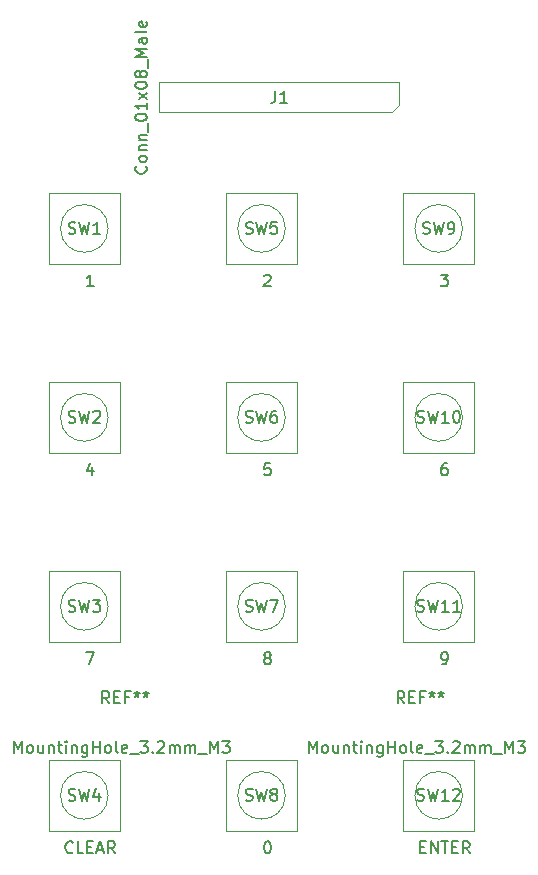
<source format=gbr>
G04 #@! TF.GenerationSoftware,KiCad,Pcbnew,5.0.2+dfsg1-1*
G04 #@! TF.CreationDate,2021-10-14T11:56:24+05:30*
G04 #@! TF.ProjectId,KEYBORD_PCB_V1,4b455942-4f52-4445-9f50-43425f56312e,rev?*
G04 #@! TF.SameCoordinates,Original*
G04 #@! TF.FileFunction,Other,Fab,Top*
%FSLAX46Y46*%
G04 Gerber Fmt 4.6, Leading zero omitted, Abs format (unit mm)*
G04 Created by KiCad (PCBNEW 5.0.2+dfsg1-1) date Thu 14 Oct 2021 11:56:24 AM IST*
%MOMM*%
%LPD*%
G01*
G04 APERTURE LIST*
%ADD10C,0.100000*%
%ADD11C,0.150000*%
G04 APERTURE END LIST*
D10*
G04 #@! TO.C,J1*
X86600000Y-38880000D02*
X106920000Y-38880000D01*
X86600000Y-41420000D02*
X86600000Y-38880000D01*
X106285000Y-41420000D02*
X86600000Y-41420000D01*
X106920000Y-40785000D02*
X106285000Y-41420000D01*
X106920000Y-38880000D02*
X106920000Y-40785000D01*
G04 #@! TO.C,SW1*
X80250000Y-48250000D02*
X83250000Y-48250000D01*
X83250000Y-48250000D02*
X83250000Y-54250000D01*
X83250000Y-54250000D02*
X77250000Y-54250000D01*
X77250000Y-54250000D02*
X77250000Y-48250000D01*
X77250000Y-48250000D02*
X80250000Y-48250000D01*
X82265564Y-51250000D02*
G75*
G03X82265564Y-51250000I-2015564J0D01*
G01*
G04 #@! TO.C,SW2*
X82265564Y-67250000D02*
G75*
G03X82265564Y-67250000I-2015564J0D01*
G01*
X77250000Y-64250000D02*
X80250000Y-64250000D01*
X77250000Y-70250000D02*
X77250000Y-64250000D01*
X83250000Y-70250000D02*
X77250000Y-70250000D01*
X83250000Y-64250000D02*
X83250000Y-70250000D01*
X80250000Y-64250000D02*
X83250000Y-64250000D01*
G04 #@! TO.C,SW3*
X82265564Y-83250000D02*
G75*
G03X82265564Y-83250000I-2015564J0D01*
G01*
X77250000Y-80250000D02*
X80250000Y-80250000D01*
X77250000Y-86250000D02*
X77250000Y-80250000D01*
X83250000Y-86250000D02*
X77250000Y-86250000D01*
X83250000Y-80250000D02*
X83250000Y-86250000D01*
X80250000Y-80250000D02*
X83250000Y-80250000D01*
G04 #@! TO.C,SW4*
X80250000Y-96250000D02*
X83250000Y-96250000D01*
X83250000Y-96250000D02*
X83250000Y-102250000D01*
X83250000Y-102250000D02*
X77250000Y-102250000D01*
X77250000Y-102250000D02*
X77250000Y-96250000D01*
X77250000Y-96250000D02*
X80250000Y-96250000D01*
X82265564Y-99250000D02*
G75*
G03X82265564Y-99250000I-2015564J0D01*
G01*
G04 #@! TO.C,SW5*
X97265564Y-51250000D02*
G75*
G03X97265564Y-51250000I-2015564J0D01*
G01*
X92250000Y-48250000D02*
X95250000Y-48250000D01*
X92250000Y-54250000D02*
X92250000Y-48250000D01*
X98250000Y-54250000D02*
X92250000Y-54250000D01*
X98250000Y-48250000D02*
X98250000Y-54250000D01*
X95250000Y-48250000D02*
X98250000Y-48250000D01*
G04 #@! TO.C,SW6*
X97265564Y-67250000D02*
G75*
G03X97265564Y-67250000I-2015564J0D01*
G01*
X92250000Y-64250000D02*
X95250000Y-64250000D01*
X92250000Y-70250000D02*
X92250000Y-64250000D01*
X98250000Y-70250000D02*
X92250000Y-70250000D01*
X98250000Y-64250000D02*
X98250000Y-70250000D01*
X95250000Y-64250000D02*
X98250000Y-64250000D01*
G04 #@! TO.C,SW7*
X95250000Y-80250000D02*
X98250000Y-80250000D01*
X98250000Y-80250000D02*
X98250000Y-86250000D01*
X98250000Y-86250000D02*
X92250000Y-86250000D01*
X92250000Y-86250000D02*
X92250000Y-80250000D01*
X92250000Y-80250000D02*
X95250000Y-80250000D01*
X97265564Y-83250000D02*
G75*
G03X97265564Y-83250000I-2015564J0D01*
G01*
G04 #@! TO.C,SW8*
X97265564Y-99250000D02*
G75*
G03X97265564Y-99250000I-2015564J0D01*
G01*
X92250000Y-96250000D02*
X95250000Y-96250000D01*
X92250000Y-102250000D02*
X92250000Y-96250000D01*
X98250000Y-102250000D02*
X92250000Y-102250000D01*
X98250000Y-96250000D02*
X98250000Y-102250000D01*
X95250000Y-96250000D02*
X98250000Y-96250000D01*
G04 #@! TO.C,SW9*
X110250000Y-48250000D02*
X113250000Y-48250000D01*
X113250000Y-48250000D02*
X113250000Y-54250000D01*
X113250000Y-54250000D02*
X107250000Y-54250000D01*
X107250000Y-54250000D02*
X107250000Y-48250000D01*
X107250000Y-48250000D02*
X110250000Y-48250000D01*
X112265564Y-51250000D02*
G75*
G03X112265564Y-51250000I-2015564J0D01*
G01*
G04 #@! TO.C,SW10*
X110250000Y-64250000D02*
X113250000Y-64250000D01*
X113250000Y-64250000D02*
X113250000Y-70250000D01*
X113250000Y-70250000D02*
X107250000Y-70250000D01*
X107250000Y-70250000D02*
X107250000Y-64250000D01*
X107250000Y-64250000D02*
X110250000Y-64250000D01*
X112265564Y-67250000D02*
G75*
G03X112265564Y-67250000I-2015564J0D01*
G01*
G04 #@! TO.C,SW11*
X110250000Y-80250000D02*
X113250000Y-80250000D01*
X113250000Y-80250000D02*
X113250000Y-86250000D01*
X113250000Y-86250000D02*
X107250000Y-86250000D01*
X107250000Y-86250000D02*
X107250000Y-80250000D01*
X107250000Y-80250000D02*
X110250000Y-80250000D01*
X112265564Y-83250000D02*
G75*
G03X112265564Y-83250000I-2015564J0D01*
G01*
G04 #@! TO.C,SW12*
X112265564Y-99250000D02*
G75*
G03X112265564Y-99250000I-2015564J0D01*
G01*
X107250000Y-96250000D02*
X110250000Y-96250000D01*
X107250000Y-102250000D02*
X107250000Y-96250000D01*
X113250000Y-102250000D02*
X107250000Y-102250000D01*
X113250000Y-96250000D02*
X113250000Y-102250000D01*
X110250000Y-96250000D02*
X113250000Y-96250000D01*
G04 #@! TD*
G04 #@! TO.C,REF\002A\002A*
D11*
X74270952Y-95652380D02*
X74270952Y-94652380D01*
X74604285Y-95366666D01*
X74937619Y-94652380D01*
X74937619Y-95652380D01*
X75556666Y-95652380D02*
X75461428Y-95604761D01*
X75413809Y-95557142D01*
X75366190Y-95461904D01*
X75366190Y-95176190D01*
X75413809Y-95080952D01*
X75461428Y-95033333D01*
X75556666Y-94985714D01*
X75699523Y-94985714D01*
X75794761Y-95033333D01*
X75842380Y-95080952D01*
X75889999Y-95176190D01*
X75889999Y-95461904D01*
X75842380Y-95557142D01*
X75794761Y-95604761D01*
X75699523Y-95652380D01*
X75556666Y-95652380D01*
X76747142Y-94985714D02*
X76747142Y-95652380D01*
X76318571Y-94985714D02*
X76318571Y-95509523D01*
X76366190Y-95604761D01*
X76461428Y-95652380D01*
X76604285Y-95652380D01*
X76699523Y-95604761D01*
X76747142Y-95557142D01*
X77223333Y-94985714D02*
X77223333Y-95652380D01*
X77223333Y-95080952D02*
X77270952Y-95033333D01*
X77366190Y-94985714D01*
X77509047Y-94985714D01*
X77604285Y-95033333D01*
X77651904Y-95128571D01*
X77651904Y-95652380D01*
X77985238Y-94985714D02*
X78366190Y-94985714D01*
X78128095Y-94652380D02*
X78128095Y-95509523D01*
X78175714Y-95604761D01*
X78270952Y-95652380D01*
X78366190Y-95652380D01*
X78699523Y-95652380D02*
X78699523Y-94985714D01*
X78699523Y-94652380D02*
X78651904Y-94700000D01*
X78699523Y-94747619D01*
X78747142Y-94700000D01*
X78699523Y-94652380D01*
X78699523Y-94747619D01*
X79175714Y-94985714D02*
X79175714Y-95652380D01*
X79175714Y-95080952D02*
X79223333Y-95033333D01*
X79318571Y-94985714D01*
X79461428Y-94985714D01*
X79556666Y-95033333D01*
X79604285Y-95128571D01*
X79604285Y-95652380D01*
X80509047Y-94985714D02*
X80509047Y-95795238D01*
X80461428Y-95890476D01*
X80413809Y-95938095D01*
X80318571Y-95985714D01*
X80175714Y-95985714D01*
X80080476Y-95938095D01*
X80509047Y-95604761D02*
X80413809Y-95652380D01*
X80223333Y-95652380D01*
X80128095Y-95604761D01*
X80080476Y-95557142D01*
X80032857Y-95461904D01*
X80032857Y-95176190D01*
X80080476Y-95080952D01*
X80128095Y-95033333D01*
X80223333Y-94985714D01*
X80413809Y-94985714D01*
X80509047Y-95033333D01*
X80985238Y-95652380D02*
X80985238Y-94652380D01*
X80985238Y-95128571D02*
X81556666Y-95128571D01*
X81556666Y-95652380D02*
X81556666Y-94652380D01*
X82175714Y-95652380D02*
X82080476Y-95604761D01*
X82032857Y-95557142D01*
X81985238Y-95461904D01*
X81985238Y-95176190D01*
X82032857Y-95080952D01*
X82080476Y-95033333D01*
X82175714Y-94985714D01*
X82318571Y-94985714D01*
X82413809Y-95033333D01*
X82461428Y-95080952D01*
X82509047Y-95176190D01*
X82509047Y-95461904D01*
X82461428Y-95557142D01*
X82413809Y-95604761D01*
X82318571Y-95652380D01*
X82175714Y-95652380D01*
X83080476Y-95652380D02*
X82985238Y-95604761D01*
X82937619Y-95509523D01*
X82937619Y-94652380D01*
X83842380Y-95604761D02*
X83747142Y-95652380D01*
X83556666Y-95652380D01*
X83461428Y-95604761D01*
X83413809Y-95509523D01*
X83413809Y-95128571D01*
X83461428Y-95033333D01*
X83556666Y-94985714D01*
X83747142Y-94985714D01*
X83842380Y-95033333D01*
X83889999Y-95128571D01*
X83889999Y-95223809D01*
X83413809Y-95319047D01*
X84080476Y-95747619D02*
X84842380Y-95747619D01*
X84985238Y-94652380D02*
X85604285Y-94652380D01*
X85270952Y-95033333D01*
X85413809Y-95033333D01*
X85509047Y-95080952D01*
X85556666Y-95128571D01*
X85604285Y-95223809D01*
X85604285Y-95461904D01*
X85556666Y-95557142D01*
X85509047Y-95604761D01*
X85413809Y-95652380D01*
X85128095Y-95652380D01*
X85032857Y-95604761D01*
X84985238Y-95557142D01*
X86032857Y-95557142D02*
X86080476Y-95604761D01*
X86032857Y-95652380D01*
X85985238Y-95604761D01*
X86032857Y-95557142D01*
X86032857Y-95652380D01*
X86461428Y-94747619D02*
X86509047Y-94700000D01*
X86604285Y-94652380D01*
X86842380Y-94652380D01*
X86937619Y-94700000D01*
X86985238Y-94747619D01*
X87032857Y-94842857D01*
X87032857Y-94938095D01*
X86985238Y-95080952D01*
X86413809Y-95652380D01*
X87032857Y-95652380D01*
X87461428Y-95652380D02*
X87461428Y-94985714D01*
X87461428Y-95080952D02*
X87509047Y-95033333D01*
X87604285Y-94985714D01*
X87747142Y-94985714D01*
X87842380Y-95033333D01*
X87889999Y-95128571D01*
X87889999Y-95652380D01*
X87889999Y-95128571D02*
X87937619Y-95033333D01*
X88032857Y-94985714D01*
X88175714Y-94985714D01*
X88270952Y-95033333D01*
X88318571Y-95128571D01*
X88318571Y-95652380D01*
X88794761Y-95652380D02*
X88794761Y-94985714D01*
X88794761Y-95080952D02*
X88842380Y-95033333D01*
X88937619Y-94985714D01*
X89080476Y-94985714D01*
X89175714Y-95033333D01*
X89223333Y-95128571D01*
X89223333Y-95652380D01*
X89223333Y-95128571D02*
X89270952Y-95033333D01*
X89366190Y-94985714D01*
X89509047Y-94985714D01*
X89604285Y-95033333D01*
X89651904Y-95128571D01*
X89651904Y-95652380D01*
X89889999Y-95747619D02*
X90651904Y-95747619D01*
X90889999Y-95652380D02*
X90889999Y-94652380D01*
X91223333Y-95366666D01*
X91556666Y-94652380D01*
X91556666Y-95652380D01*
X91937619Y-94652380D02*
X92556666Y-94652380D01*
X92223333Y-95033333D01*
X92366190Y-95033333D01*
X92461428Y-95080952D01*
X92509047Y-95128571D01*
X92556666Y-95223809D01*
X92556666Y-95461904D01*
X92509047Y-95557142D01*
X92461428Y-95604761D01*
X92366190Y-95652380D01*
X92080476Y-95652380D01*
X91985238Y-95604761D01*
X91937619Y-95557142D01*
X82356666Y-91452380D02*
X82023333Y-90976190D01*
X81785238Y-91452380D02*
X81785238Y-90452380D01*
X82166190Y-90452380D01*
X82261428Y-90500000D01*
X82309047Y-90547619D01*
X82356666Y-90642857D01*
X82356666Y-90785714D01*
X82309047Y-90880952D01*
X82261428Y-90928571D01*
X82166190Y-90976190D01*
X81785238Y-90976190D01*
X82785238Y-90928571D02*
X83118571Y-90928571D01*
X83261428Y-91452380D02*
X82785238Y-91452380D01*
X82785238Y-90452380D01*
X83261428Y-90452380D01*
X84023333Y-90928571D02*
X83690000Y-90928571D01*
X83690000Y-91452380D02*
X83690000Y-90452380D01*
X84166190Y-90452380D01*
X84690000Y-90452380D02*
X84690000Y-90690476D01*
X84451904Y-90595238D02*
X84690000Y-90690476D01*
X84928095Y-90595238D01*
X84547142Y-90880952D02*
X84690000Y-90690476D01*
X84832857Y-90880952D01*
X85451904Y-90452380D02*
X85451904Y-90690476D01*
X85213809Y-90595238D02*
X85451904Y-90690476D01*
X85690000Y-90595238D01*
X85309047Y-90880952D02*
X85451904Y-90690476D01*
X85594761Y-90880952D01*
X99260952Y-95652380D02*
X99260952Y-94652380D01*
X99594285Y-95366666D01*
X99927619Y-94652380D01*
X99927619Y-95652380D01*
X100546666Y-95652380D02*
X100451428Y-95604761D01*
X100403809Y-95557142D01*
X100356190Y-95461904D01*
X100356190Y-95176190D01*
X100403809Y-95080952D01*
X100451428Y-95033333D01*
X100546666Y-94985714D01*
X100689523Y-94985714D01*
X100784761Y-95033333D01*
X100832380Y-95080952D01*
X100879999Y-95176190D01*
X100879999Y-95461904D01*
X100832380Y-95557142D01*
X100784761Y-95604761D01*
X100689523Y-95652380D01*
X100546666Y-95652380D01*
X101737142Y-94985714D02*
X101737142Y-95652380D01*
X101308571Y-94985714D02*
X101308571Y-95509523D01*
X101356190Y-95604761D01*
X101451428Y-95652380D01*
X101594285Y-95652380D01*
X101689523Y-95604761D01*
X101737142Y-95557142D01*
X102213333Y-94985714D02*
X102213333Y-95652380D01*
X102213333Y-95080952D02*
X102260952Y-95033333D01*
X102356190Y-94985714D01*
X102499047Y-94985714D01*
X102594285Y-95033333D01*
X102641904Y-95128571D01*
X102641904Y-95652380D01*
X102975238Y-94985714D02*
X103356190Y-94985714D01*
X103118095Y-94652380D02*
X103118095Y-95509523D01*
X103165714Y-95604761D01*
X103260952Y-95652380D01*
X103356190Y-95652380D01*
X103689523Y-95652380D02*
X103689523Y-94985714D01*
X103689523Y-94652380D02*
X103641904Y-94700000D01*
X103689523Y-94747619D01*
X103737142Y-94700000D01*
X103689523Y-94652380D01*
X103689523Y-94747619D01*
X104165714Y-94985714D02*
X104165714Y-95652380D01*
X104165714Y-95080952D02*
X104213333Y-95033333D01*
X104308571Y-94985714D01*
X104451428Y-94985714D01*
X104546666Y-95033333D01*
X104594285Y-95128571D01*
X104594285Y-95652380D01*
X105499047Y-94985714D02*
X105499047Y-95795238D01*
X105451428Y-95890476D01*
X105403809Y-95938095D01*
X105308571Y-95985714D01*
X105165714Y-95985714D01*
X105070476Y-95938095D01*
X105499047Y-95604761D02*
X105403809Y-95652380D01*
X105213333Y-95652380D01*
X105118095Y-95604761D01*
X105070476Y-95557142D01*
X105022857Y-95461904D01*
X105022857Y-95176190D01*
X105070476Y-95080952D01*
X105118095Y-95033333D01*
X105213333Y-94985714D01*
X105403809Y-94985714D01*
X105499047Y-95033333D01*
X105975238Y-95652380D02*
X105975238Y-94652380D01*
X105975238Y-95128571D02*
X106546666Y-95128571D01*
X106546666Y-95652380D02*
X106546666Y-94652380D01*
X107165714Y-95652380D02*
X107070476Y-95604761D01*
X107022857Y-95557142D01*
X106975238Y-95461904D01*
X106975238Y-95176190D01*
X107022857Y-95080952D01*
X107070476Y-95033333D01*
X107165714Y-94985714D01*
X107308571Y-94985714D01*
X107403809Y-95033333D01*
X107451428Y-95080952D01*
X107499047Y-95176190D01*
X107499047Y-95461904D01*
X107451428Y-95557142D01*
X107403809Y-95604761D01*
X107308571Y-95652380D01*
X107165714Y-95652380D01*
X108070476Y-95652380D02*
X107975238Y-95604761D01*
X107927619Y-95509523D01*
X107927619Y-94652380D01*
X108832380Y-95604761D02*
X108737142Y-95652380D01*
X108546666Y-95652380D01*
X108451428Y-95604761D01*
X108403809Y-95509523D01*
X108403809Y-95128571D01*
X108451428Y-95033333D01*
X108546666Y-94985714D01*
X108737142Y-94985714D01*
X108832380Y-95033333D01*
X108879999Y-95128571D01*
X108879999Y-95223809D01*
X108403809Y-95319047D01*
X109070476Y-95747619D02*
X109832380Y-95747619D01*
X109975238Y-94652380D02*
X110594285Y-94652380D01*
X110260952Y-95033333D01*
X110403809Y-95033333D01*
X110499047Y-95080952D01*
X110546666Y-95128571D01*
X110594285Y-95223809D01*
X110594285Y-95461904D01*
X110546666Y-95557142D01*
X110499047Y-95604761D01*
X110403809Y-95652380D01*
X110118095Y-95652380D01*
X110022857Y-95604761D01*
X109975238Y-95557142D01*
X111022857Y-95557142D02*
X111070476Y-95604761D01*
X111022857Y-95652380D01*
X110975238Y-95604761D01*
X111022857Y-95557142D01*
X111022857Y-95652380D01*
X111451428Y-94747619D02*
X111499047Y-94700000D01*
X111594285Y-94652380D01*
X111832380Y-94652380D01*
X111927619Y-94700000D01*
X111975238Y-94747619D01*
X112022857Y-94842857D01*
X112022857Y-94938095D01*
X111975238Y-95080952D01*
X111403809Y-95652380D01*
X112022857Y-95652380D01*
X112451428Y-95652380D02*
X112451428Y-94985714D01*
X112451428Y-95080952D02*
X112499047Y-95033333D01*
X112594285Y-94985714D01*
X112737142Y-94985714D01*
X112832380Y-95033333D01*
X112879999Y-95128571D01*
X112879999Y-95652380D01*
X112879999Y-95128571D02*
X112927619Y-95033333D01*
X113022857Y-94985714D01*
X113165714Y-94985714D01*
X113260952Y-95033333D01*
X113308571Y-95128571D01*
X113308571Y-95652380D01*
X113784761Y-95652380D02*
X113784761Y-94985714D01*
X113784761Y-95080952D02*
X113832380Y-95033333D01*
X113927619Y-94985714D01*
X114070476Y-94985714D01*
X114165714Y-95033333D01*
X114213333Y-95128571D01*
X114213333Y-95652380D01*
X114213333Y-95128571D02*
X114260952Y-95033333D01*
X114356190Y-94985714D01*
X114499047Y-94985714D01*
X114594285Y-95033333D01*
X114641904Y-95128571D01*
X114641904Y-95652380D01*
X114879999Y-95747619D02*
X115641904Y-95747619D01*
X115879999Y-95652380D02*
X115879999Y-94652380D01*
X116213333Y-95366666D01*
X116546666Y-94652380D01*
X116546666Y-95652380D01*
X116927619Y-94652380D02*
X117546666Y-94652380D01*
X117213333Y-95033333D01*
X117356190Y-95033333D01*
X117451428Y-95080952D01*
X117499047Y-95128571D01*
X117546666Y-95223809D01*
X117546666Y-95461904D01*
X117499047Y-95557142D01*
X117451428Y-95604761D01*
X117356190Y-95652380D01*
X117070476Y-95652380D01*
X116975238Y-95604761D01*
X116927619Y-95557142D01*
X107346666Y-91452380D02*
X107013333Y-90976190D01*
X106775238Y-91452380D02*
X106775238Y-90452380D01*
X107156190Y-90452380D01*
X107251428Y-90500000D01*
X107299047Y-90547619D01*
X107346666Y-90642857D01*
X107346666Y-90785714D01*
X107299047Y-90880952D01*
X107251428Y-90928571D01*
X107156190Y-90976190D01*
X106775238Y-90976190D01*
X107775238Y-90928571D02*
X108108571Y-90928571D01*
X108251428Y-91452380D02*
X107775238Y-91452380D01*
X107775238Y-90452380D01*
X108251428Y-90452380D01*
X109013333Y-90928571D02*
X108680000Y-90928571D01*
X108680000Y-91452380D02*
X108680000Y-90452380D01*
X109156190Y-90452380D01*
X109680000Y-90452380D02*
X109680000Y-90690476D01*
X109441904Y-90595238D02*
X109680000Y-90690476D01*
X109918095Y-90595238D01*
X109537142Y-90880952D02*
X109680000Y-90690476D01*
X109822857Y-90880952D01*
X110441904Y-90452380D02*
X110441904Y-90690476D01*
X110203809Y-90595238D02*
X110441904Y-90690476D01*
X110680000Y-90595238D01*
X110299047Y-90880952D02*
X110441904Y-90690476D01*
X110584761Y-90880952D01*
G04 #@! TO.C,J1*
X85457142Y-45983333D02*
X85504761Y-46030952D01*
X85552380Y-46173809D01*
X85552380Y-46269047D01*
X85504761Y-46411904D01*
X85409523Y-46507142D01*
X85314285Y-46554761D01*
X85123809Y-46602380D01*
X84980952Y-46602380D01*
X84790476Y-46554761D01*
X84695238Y-46507142D01*
X84600000Y-46411904D01*
X84552380Y-46269047D01*
X84552380Y-46173809D01*
X84600000Y-46030952D01*
X84647619Y-45983333D01*
X85552380Y-45411904D02*
X85504761Y-45507142D01*
X85457142Y-45554761D01*
X85361904Y-45602380D01*
X85076190Y-45602380D01*
X84980952Y-45554761D01*
X84933333Y-45507142D01*
X84885714Y-45411904D01*
X84885714Y-45269047D01*
X84933333Y-45173809D01*
X84980952Y-45126190D01*
X85076190Y-45078571D01*
X85361904Y-45078571D01*
X85457142Y-45126190D01*
X85504761Y-45173809D01*
X85552380Y-45269047D01*
X85552380Y-45411904D01*
X84885714Y-44650000D02*
X85552380Y-44650000D01*
X84980952Y-44650000D02*
X84933333Y-44602380D01*
X84885714Y-44507142D01*
X84885714Y-44364285D01*
X84933333Y-44269047D01*
X85028571Y-44221428D01*
X85552380Y-44221428D01*
X84885714Y-43745238D02*
X85552380Y-43745238D01*
X84980952Y-43745238D02*
X84933333Y-43697619D01*
X84885714Y-43602380D01*
X84885714Y-43459523D01*
X84933333Y-43364285D01*
X85028571Y-43316666D01*
X85552380Y-43316666D01*
X85647619Y-43078571D02*
X85647619Y-42316666D01*
X84552380Y-41888095D02*
X84552380Y-41792857D01*
X84600000Y-41697619D01*
X84647619Y-41650000D01*
X84742857Y-41602380D01*
X84933333Y-41554761D01*
X85171428Y-41554761D01*
X85361904Y-41602380D01*
X85457142Y-41650000D01*
X85504761Y-41697619D01*
X85552380Y-41792857D01*
X85552380Y-41888095D01*
X85504761Y-41983333D01*
X85457142Y-42030952D01*
X85361904Y-42078571D01*
X85171428Y-42126190D01*
X84933333Y-42126190D01*
X84742857Y-42078571D01*
X84647619Y-42030952D01*
X84600000Y-41983333D01*
X84552380Y-41888095D01*
X85552380Y-40602380D02*
X85552380Y-41173809D01*
X85552380Y-40888095D02*
X84552380Y-40888095D01*
X84695238Y-40983333D01*
X84790476Y-41078571D01*
X84838095Y-41173809D01*
X85552380Y-40269047D02*
X84885714Y-39745238D01*
X84885714Y-40269047D02*
X85552380Y-39745238D01*
X84552380Y-39173809D02*
X84552380Y-39078571D01*
X84600000Y-38983333D01*
X84647619Y-38935714D01*
X84742857Y-38888095D01*
X84933333Y-38840476D01*
X85171428Y-38840476D01*
X85361904Y-38888095D01*
X85457142Y-38935714D01*
X85504761Y-38983333D01*
X85552380Y-39078571D01*
X85552380Y-39173809D01*
X85504761Y-39269047D01*
X85457142Y-39316666D01*
X85361904Y-39364285D01*
X85171428Y-39411904D01*
X84933333Y-39411904D01*
X84742857Y-39364285D01*
X84647619Y-39316666D01*
X84600000Y-39269047D01*
X84552380Y-39173809D01*
X84980952Y-38269047D02*
X84933333Y-38364285D01*
X84885714Y-38411904D01*
X84790476Y-38459523D01*
X84742857Y-38459523D01*
X84647619Y-38411904D01*
X84600000Y-38364285D01*
X84552380Y-38269047D01*
X84552380Y-38078571D01*
X84600000Y-37983333D01*
X84647619Y-37935714D01*
X84742857Y-37888095D01*
X84790476Y-37888095D01*
X84885714Y-37935714D01*
X84933333Y-37983333D01*
X84980952Y-38078571D01*
X84980952Y-38269047D01*
X85028571Y-38364285D01*
X85076190Y-38411904D01*
X85171428Y-38459523D01*
X85361904Y-38459523D01*
X85457142Y-38411904D01*
X85504761Y-38364285D01*
X85552380Y-38269047D01*
X85552380Y-38078571D01*
X85504761Y-37983333D01*
X85457142Y-37935714D01*
X85361904Y-37888095D01*
X85171428Y-37888095D01*
X85076190Y-37935714D01*
X85028571Y-37983333D01*
X84980952Y-38078571D01*
X85647619Y-37697619D02*
X85647619Y-36935714D01*
X85552380Y-36697619D02*
X84552380Y-36697619D01*
X85266666Y-36364285D01*
X84552380Y-36030952D01*
X85552380Y-36030952D01*
X85552380Y-35126190D02*
X85028571Y-35126190D01*
X84933333Y-35173809D01*
X84885714Y-35269047D01*
X84885714Y-35459523D01*
X84933333Y-35554761D01*
X85504761Y-35126190D02*
X85552380Y-35221428D01*
X85552380Y-35459523D01*
X85504761Y-35554761D01*
X85409523Y-35602380D01*
X85314285Y-35602380D01*
X85219047Y-35554761D01*
X85171428Y-35459523D01*
X85171428Y-35221428D01*
X85123809Y-35126190D01*
X85552380Y-34507142D02*
X85504761Y-34602380D01*
X85409523Y-34650000D01*
X84552380Y-34650000D01*
X85504761Y-33745238D02*
X85552380Y-33840476D01*
X85552380Y-34030952D01*
X85504761Y-34126190D01*
X85409523Y-34173809D01*
X85028571Y-34173809D01*
X84933333Y-34126190D01*
X84885714Y-34030952D01*
X84885714Y-33840476D01*
X84933333Y-33745238D01*
X85028571Y-33697619D01*
X85123809Y-33697619D01*
X85219047Y-34173809D01*
X96426666Y-39602380D02*
X96426666Y-40316666D01*
X96379047Y-40459523D01*
X96283809Y-40554761D01*
X96140952Y-40602380D01*
X96045714Y-40602380D01*
X97426666Y-40602380D02*
X96855238Y-40602380D01*
X97140952Y-40602380D02*
X97140952Y-39602380D01*
X97045714Y-39745238D01*
X96950476Y-39840476D01*
X96855238Y-39888095D01*
G04 #@! TO.C,SW1*
X81035714Y-56152380D02*
X80464285Y-56152380D01*
X80750000Y-56152380D02*
X80750000Y-55152380D01*
X80654761Y-55295238D01*
X80559523Y-55390476D01*
X80464285Y-55438095D01*
X78916666Y-51654761D02*
X79059523Y-51702380D01*
X79297619Y-51702380D01*
X79392857Y-51654761D01*
X79440476Y-51607142D01*
X79488095Y-51511904D01*
X79488095Y-51416666D01*
X79440476Y-51321428D01*
X79392857Y-51273809D01*
X79297619Y-51226190D01*
X79107142Y-51178571D01*
X79011904Y-51130952D01*
X78964285Y-51083333D01*
X78916666Y-50988095D01*
X78916666Y-50892857D01*
X78964285Y-50797619D01*
X79011904Y-50750000D01*
X79107142Y-50702380D01*
X79345238Y-50702380D01*
X79488095Y-50750000D01*
X79821428Y-50702380D02*
X80059523Y-51702380D01*
X80250000Y-50988095D01*
X80440476Y-51702380D01*
X80678571Y-50702380D01*
X81583333Y-51702380D02*
X81011904Y-51702380D01*
X81297619Y-51702380D02*
X81297619Y-50702380D01*
X81202380Y-50845238D01*
X81107142Y-50940476D01*
X81011904Y-50988095D01*
G04 #@! TO.C,SW2*
X80940476Y-71485714D02*
X80940476Y-72152380D01*
X80702380Y-71104761D02*
X80464285Y-71819047D01*
X81083333Y-71819047D01*
X78916666Y-67654761D02*
X79059523Y-67702380D01*
X79297619Y-67702380D01*
X79392857Y-67654761D01*
X79440476Y-67607142D01*
X79488095Y-67511904D01*
X79488095Y-67416666D01*
X79440476Y-67321428D01*
X79392857Y-67273809D01*
X79297619Y-67226190D01*
X79107142Y-67178571D01*
X79011904Y-67130952D01*
X78964285Y-67083333D01*
X78916666Y-66988095D01*
X78916666Y-66892857D01*
X78964285Y-66797619D01*
X79011904Y-66750000D01*
X79107142Y-66702380D01*
X79345238Y-66702380D01*
X79488095Y-66750000D01*
X79821428Y-66702380D02*
X80059523Y-67702380D01*
X80250000Y-66988095D01*
X80440476Y-67702380D01*
X80678571Y-66702380D01*
X81011904Y-66797619D02*
X81059523Y-66750000D01*
X81154761Y-66702380D01*
X81392857Y-66702380D01*
X81488095Y-66750000D01*
X81535714Y-66797619D01*
X81583333Y-66892857D01*
X81583333Y-66988095D01*
X81535714Y-67130952D01*
X80964285Y-67702380D01*
X81583333Y-67702380D01*
G04 #@! TO.C,SW3*
X80416666Y-87152380D02*
X81083333Y-87152380D01*
X80654761Y-88152380D01*
X78916666Y-83654761D02*
X79059523Y-83702380D01*
X79297619Y-83702380D01*
X79392857Y-83654761D01*
X79440476Y-83607142D01*
X79488095Y-83511904D01*
X79488095Y-83416666D01*
X79440476Y-83321428D01*
X79392857Y-83273809D01*
X79297619Y-83226190D01*
X79107142Y-83178571D01*
X79011904Y-83130952D01*
X78964285Y-83083333D01*
X78916666Y-82988095D01*
X78916666Y-82892857D01*
X78964285Y-82797619D01*
X79011904Y-82750000D01*
X79107142Y-82702380D01*
X79345238Y-82702380D01*
X79488095Y-82750000D01*
X79821428Y-82702380D02*
X80059523Y-83702380D01*
X80250000Y-82988095D01*
X80440476Y-83702380D01*
X80678571Y-82702380D01*
X80964285Y-82702380D02*
X81583333Y-82702380D01*
X81250000Y-83083333D01*
X81392857Y-83083333D01*
X81488095Y-83130952D01*
X81535714Y-83178571D01*
X81583333Y-83273809D01*
X81583333Y-83511904D01*
X81535714Y-83607142D01*
X81488095Y-83654761D01*
X81392857Y-83702380D01*
X81107142Y-83702380D01*
X81011904Y-83654761D01*
X80964285Y-83607142D01*
G04 #@! TO.C,SW4*
X79273809Y-104057142D02*
X79226190Y-104104761D01*
X79083333Y-104152380D01*
X78988095Y-104152380D01*
X78845238Y-104104761D01*
X78750000Y-104009523D01*
X78702380Y-103914285D01*
X78654761Y-103723809D01*
X78654761Y-103580952D01*
X78702380Y-103390476D01*
X78750000Y-103295238D01*
X78845238Y-103200000D01*
X78988095Y-103152380D01*
X79083333Y-103152380D01*
X79226190Y-103200000D01*
X79273809Y-103247619D01*
X80178571Y-104152380D02*
X79702380Y-104152380D01*
X79702380Y-103152380D01*
X80511904Y-103628571D02*
X80845238Y-103628571D01*
X80988095Y-104152380D02*
X80511904Y-104152380D01*
X80511904Y-103152380D01*
X80988095Y-103152380D01*
X81369047Y-103866666D02*
X81845238Y-103866666D01*
X81273809Y-104152380D02*
X81607142Y-103152380D01*
X81940476Y-104152380D01*
X82845238Y-104152380D02*
X82511904Y-103676190D01*
X82273809Y-104152380D02*
X82273809Y-103152380D01*
X82654761Y-103152380D01*
X82750000Y-103200000D01*
X82797619Y-103247619D01*
X82845238Y-103342857D01*
X82845238Y-103485714D01*
X82797619Y-103580952D01*
X82750000Y-103628571D01*
X82654761Y-103676190D01*
X82273809Y-103676190D01*
X78916666Y-99654761D02*
X79059523Y-99702380D01*
X79297619Y-99702380D01*
X79392857Y-99654761D01*
X79440476Y-99607142D01*
X79488095Y-99511904D01*
X79488095Y-99416666D01*
X79440476Y-99321428D01*
X79392857Y-99273809D01*
X79297619Y-99226190D01*
X79107142Y-99178571D01*
X79011904Y-99130952D01*
X78964285Y-99083333D01*
X78916666Y-98988095D01*
X78916666Y-98892857D01*
X78964285Y-98797619D01*
X79011904Y-98750000D01*
X79107142Y-98702380D01*
X79345238Y-98702380D01*
X79488095Y-98750000D01*
X79821428Y-98702380D02*
X80059523Y-99702380D01*
X80250000Y-98988095D01*
X80440476Y-99702380D01*
X80678571Y-98702380D01*
X81488095Y-99035714D02*
X81488095Y-99702380D01*
X81250000Y-98654761D02*
X81011904Y-99369047D01*
X81630952Y-99369047D01*
G04 #@! TO.C,SW5*
X95464285Y-55247619D02*
X95511904Y-55200000D01*
X95607142Y-55152380D01*
X95845238Y-55152380D01*
X95940476Y-55200000D01*
X95988095Y-55247619D01*
X96035714Y-55342857D01*
X96035714Y-55438095D01*
X95988095Y-55580952D01*
X95416666Y-56152380D01*
X96035714Y-56152380D01*
X93916666Y-51654761D02*
X94059523Y-51702380D01*
X94297619Y-51702380D01*
X94392857Y-51654761D01*
X94440476Y-51607142D01*
X94488095Y-51511904D01*
X94488095Y-51416666D01*
X94440476Y-51321428D01*
X94392857Y-51273809D01*
X94297619Y-51226190D01*
X94107142Y-51178571D01*
X94011904Y-51130952D01*
X93964285Y-51083333D01*
X93916666Y-50988095D01*
X93916666Y-50892857D01*
X93964285Y-50797619D01*
X94011904Y-50750000D01*
X94107142Y-50702380D01*
X94345238Y-50702380D01*
X94488095Y-50750000D01*
X94821428Y-50702380D02*
X95059523Y-51702380D01*
X95250000Y-50988095D01*
X95440476Y-51702380D01*
X95678571Y-50702380D01*
X96535714Y-50702380D02*
X96059523Y-50702380D01*
X96011904Y-51178571D01*
X96059523Y-51130952D01*
X96154761Y-51083333D01*
X96392857Y-51083333D01*
X96488095Y-51130952D01*
X96535714Y-51178571D01*
X96583333Y-51273809D01*
X96583333Y-51511904D01*
X96535714Y-51607142D01*
X96488095Y-51654761D01*
X96392857Y-51702380D01*
X96154761Y-51702380D01*
X96059523Y-51654761D01*
X96011904Y-51607142D01*
G04 #@! TO.C,SW6*
X95988095Y-71152380D02*
X95511904Y-71152380D01*
X95464285Y-71628571D01*
X95511904Y-71580952D01*
X95607142Y-71533333D01*
X95845238Y-71533333D01*
X95940476Y-71580952D01*
X95988095Y-71628571D01*
X96035714Y-71723809D01*
X96035714Y-71961904D01*
X95988095Y-72057142D01*
X95940476Y-72104761D01*
X95845238Y-72152380D01*
X95607142Y-72152380D01*
X95511904Y-72104761D01*
X95464285Y-72057142D01*
X93916666Y-67654761D02*
X94059523Y-67702380D01*
X94297619Y-67702380D01*
X94392857Y-67654761D01*
X94440476Y-67607142D01*
X94488095Y-67511904D01*
X94488095Y-67416666D01*
X94440476Y-67321428D01*
X94392857Y-67273809D01*
X94297619Y-67226190D01*
X94107142Y-67178571D01*
X94011904Y-67130952D01*
X93964285Y-67083333D01*
X93916666Y-66988095D01*
X93916666Y-66892857D01*
X93964285Y-66797619D01*
X94011904Y-66750000D01*
X94107142Y-66702380D01*
X94345238Y-66702380D01*
X94488095Y-66750000D01*
X94821428Y-66702380D02*
X95059523Y-67702380D01*
X95250000Y-66988095D01*
X95440476Y-67702380D01*
X95678571Y-66702380D01*
X96488095Y-66702380D02*
X96297619Y-66702380D01*
X96202380Y-66750000D01*
X96154761Y-66797619D01*
X96059523Y-66940476D01*
X96011904Y-67130952D01*
X96011904Y-67511904D01*
X96059523Y-67607142D01*
X96107142Y-67654761D01*
X96202380Y-67702380D01*
X96392857Y-67702380D01*
X96488095Y-67654761D01*
X96535714Y-67607142D01*
X96583333Y-67511904D01*
X96583333Y-67273809D01*
X96535714Y-67178571D01*
X96488095Y-67130952D01*
X96392857Y-67083333D01*
X96202380Y-67083333D01*
X96107142Y-67130952D01*
X96059523Y-67178571D01*
X96011904Y-67273809D01*
G04 #@! TO.C,SW7*
X95654761Y-87580952D02*
X95559523Y-87533333D01*
X95511904Y-87485714D01*
X95464285Y-87390476D01*
X95464285Y-87342857D01*
X95511904Y-87247619D01*
X95559523Y-87200000D01*
X95654761Y-87152380D01*
X95845238Y-87152380D01*
X95940476Y-87200000D01*
X95988095Y-87247619D01*
X96035714Y-87342857D01*
X96035714Y-87390476D01*
X95988095Y-87485714D01*
X95940476Y-87533333D01*
X95845238Y-87580952D01*
X95654761Y-87580952D01*
X95559523Y-87628571D01*
X95511904Y-87676190D01*
X95464285Y-87771428D01*
X95464285Y-87961904D01*
X95511904Y-88057142D01*
X95559523Y-88104761D01*
X95654761Y-88152380D01*
X95845238Y-88152380D01*
X95940476Y-88104761D01*
X95988095Y-88057142D01*
X96035714Y-87961904D01*
X96035714Y-87771428D01*
X95988095Y-87676190D01*
X95940476Y-87628571D01*
X95845238Y-87580952D01*
X93916666Y-83654761D02*
X94059523Y-83702380D01*
X94297619Y-83702380D01*
X94392857Y-83654761D01*
X94440476Y-83607142D01*
X94488095Y-83511904D01*
X94488095Y-83416666D01*
X94440476Y-83321428D01*
X94392857Y-83273809D01*
X94297619Y-83226190D01*
X94107142Y-83178571D01*
X94011904Y-83130952D01*
X93964285Y-83083333D01*
X93916666Y-82988095D01*
X93916666Y-82892857D01*
X93964285Y-82797619D01*
X94011904Y-82750000D01*
X94107142Y-82702380D01*
X94345238Y-82702380D01*
X94488095Y-82750000D01*
X94821428Y-82702380D02*
X95059523Y-83702380D01*
X95250000Y-82988095D01*
X95440476Y-83702380D01*
X95678571Y-82702380D01*
X95964285Y-82702380D02*
X96630952Y-82702380D01*
X96202380Y-83702380D01*
G04 #@! TO.C,SW8*
X95702380Y-103152380D02*
X95797619Y-103152380D01*
X95892857Y-103200000D01*
X95940476Y-103247619D01*
X95988095Y-103342857D01*
X96035714Y-103533333D01*
X96035714Y-103771428D01*
X95988095Y-103961904D01*
X95940476Y-104057142D01*
X95892857Y-104104761D01*
X95797619Y-104152380D01*
X95702380Y-104152380D01*
X95607142Y-104104761D01*
X95559523Y-104057142D01*
X95511904Y-103961904D01*
X95464285Y-103771428D01*
X95464285Y-103533333D01*
X95511904Y-103342857D01*
X95559523Y-103247619D01*
X95607142Y-103200000D01*
X95702380Y-103152380D01*
X93916666Y-99654761D02*
X94059523Y-99702380D01*
X94297619Y-99702380D01*
X94392857Y-99654761D01*
X94440476Y-99607142D01*
X94488095Y-99511904D01*
X94488095Y-99416666D01*
X94440476Y-99321428D01*
X94392857Y-99273809D01*
X94297619Y-99226190D01*
X94107142Y-99178571D01*
X94011904Y-99130952D01*
X93964285Y-99083333D01*
X93916666Y-98988095D01*
X93916666Y-98892857D01*
X93964285Y-98797619D01*
X94011904Y-98750000D01*
X94107142Y-98702380D01*
X94345238Y-98702380D01*
X94488095Y-98750000D01*
X94821428Y-98702380D02*
X95059523Y-99702380D01*
X95250000Y-98988095D01*
X95440476Y-99702380D01*
X95678571Y-98702380D01*
X96202380Y-99130952D02*
X96107142Y-99083333D01*
X96059523Y-99035714D01*
X96011904Y-98940476D01*
X96011904Y-98892857D01*
X96059523Y-98797619D01*
X96107142Y-98750000D01*
X96202380Y-98702380D01*
X96392857Y-98702380D01*
X96488095Y-98750000D01*
X96535714Y-98797619D01*
X96583333Y-98892857D01*
X96583333Y-98940476D01*
X96535714Y-99035714D01*
X96488095Y-99083333D01*
X96392857Y-99130952D01*
X96202380Y-99130952D01*
X96107142Y-99178571D01*
X96059523Y-99226190D01*
X96011904Y-99321428D01*
X96011904Y-99511904D01*
X96059523Y-99607142D01*
X96107142Y-99654761D01*
X96202380Y-99702380D01*
X96392857Y-99702380D01*
X96488095Y-99654761D01*
X96535714Y-99607142D01*
X96583333Y-99511904D01*
X96583333Y-99321428D01*
X96535714Y-99226190D01*
X96488095Y-99178571D01*
X96392857Y-99130952D01*
G04 #@! TO.C,SW9*
X110416666Y-55152380D02*
X111035714Y-55152380D01*
X110702380Y-55533333D01*
X110845238Y-55533333D01*
X110940476Y-55580952D01*
X110988095Y-55628571D01*
X111035714Y-55723809D01*
X111035714Y-55961904D01*
X110988095Y-56057142D01*
X110940476Y-56104761D01*
X110845238Y-56152380D01*
X110559523Y-56152380D01*
X110464285Y-56104761D01*
X110416666Y-56057142D01*
X108916666Y-51654761D02*
X109059523Y-51702380D01*
X109297619Y-51702380D01*
X109392857Y-51654761D01*
X109440476Y-51607142D01*
X109488095Y-51511904D01*
X109488095Y-51416666D01*
X109440476Y-51321428D01*
X109392857Y-51273809D01*
X109297619Y-51226190D01*
X109107142Y-51178571D01*
X109011904Y-51130952D01*
X108964285Y-51083333D01*
X108916666Y-50988095D01*
X108916666Y-50892857D01*
X108964285Y-50797619D01*
X109011904Y-50750000D01*
X109107142Y-50702380D01*
X109345238Y-50702380D01*
X109488095Y-50750000D01*
X109821428Y-50702380D02*
X110059523Y-51702380D01*
X110250000Y-50988095D01*
X110440476Y-51702380D01*
X110678571Y-50702380D01*
X111107142Y-51702380D02*
X111297619Y-51702380D01*
X111392857Y-51654761D01*
X111440476Y-51607142D01*
X111535714Y-51464285D01*
X111583333Y-51273809D01*
X111583333Y-50892857D01*
X111535714Y-50797619D01*
X111488095Y-50750000D01*
X111392857Y-50702380D01*
X111202380Y-50702380D01*
X111107142Y-50750000D01*
X111059523Y-50797619D01*
X111011904Y-50892857D01*
X111011904Y-51130952D01*
X111059523Y-51226190D01*
X111107142Y-51273809D01*
X111202380Y-51321428D01*
X111392857Y-51321428D01*
X111488095Y-51273809D01*
X111535714Y-51226190D01*
X111583333Y-51130952D01*
G04 #@! TO.C,SW10*
X110940476Y-71152380D02*
X110750000Y-71152380D01*
X110654761Y-71200000D01*
X110607142Y-71247619D01*
X110511904Y-71390476D01*
X110464285Y-71580952D01*
X110464285Y-71961904D01*
X110511904Y-72057142D01*
X110559523Y-72104761D01*
X110654761Y-72152380D01*
X110845238Y-72152380D01*
X110940476Y-72104761D01*
X110988095Y-72057142D01*
X111035714Y-71961904D01*
X111035714Y-71723809D01*
X110988095Y-71628571D01*
X110940476Y-71580952D01*
X110845238Y-71533333D01*
X110654761Y-71533333D01*
X110559523Y-71580952D01*
X110511904Y-71628571D01*
X110464285Y-71723809D01*
X108440476Y-67654761D02*
X108583333Y-67702380D01*
X108821428Y-67702380D01*
X108916666Y-67654761D01*
X108964285Y-67607142D01*
X109011904Y-67511904D01*
X109011904Y-67416666D01*
X108964285Y-67321428D01*
X108916666Y-67273809D01*
X108821428Y-67226190D01*
X108630952Y-67178571D01*
X108535714Y-67130952D01*
X108488095Y-67083333D01*
X108440476Y-66988095D01*
X108440476Y-66892857D01*
X108488095Y-66797619D01*
X108535714Y-66750000D01*
X108630952Y-66702380D01*
X108869047Y-66702380D01*
X109011904Y-66750000D01*
X109345238Y-66702380D02*
X109583333Y-67702380D01*
X109773809Y-66988095D01*
X109964285Y-67702380D01*
X110202380Y-66702380D01*
X111107142Y-67702380D02*
X110535714Y-67702380D01*
X110821428Y-67702380D02*
X110821428Y-66702380D01*
X110726190Y-66845238D01*
X110630952Y-66940476D01*
X110535714Y-66988095D01*
X111726190Y-66702380D02*
X111821428Y-66702380D01*
X111916666Y-66750000D01*
X111964285Y-66797619D01*
X112011904Y-66892857D01*
X112059523Y-67083333D01*
X112059523Y-67321428D01*
X112011904Y-67511904D01*
X111964285Y-67607142D01*
X111916666Y-67654761D01*
X111821428Y-67702380D01*
X111726190Y-67702380D01*
X111630952Y-67654761D01*
X111583333Y-67607142D01*
X111535714Y-67511904D01*
X111488095Y-67321428D01*
X111488095Y-67083333D01*
X111535714Y-66892857D01*
X111583333Y-66797619D01*
X111630952Y-66750000D01*
X111726190Y-66702380D01*
G04 #@! TO.C,SW11*
X110559523Y-88152380D02*
X110750000Y-88152380D01*
X110845238Y-88104761D01*
X110892857Y-88057142D01*
X110988095Y-87914285D01*
X111035714Y-87723809D01*
X111035714Y-87342857D01*
X110988095Y-87247619D01*
X110940476Y-87200000D01*
X110845238Y-87152380D01*
X110654761Y-87152380D01*
X110559523Y-87200000D01*
X110511904Y-87247619D01*
X110464285Y-87342857D01*
X110464285Y-87580952D01*
X110511904Y-87676190D01*
X110559523Y-87723809D01*
X110654761Y-87771428D01*
X110845238Y-87771428D01*
X110940476Y-87723809D01*
X110988095Y-87676190D01*
X111035714Y-87580952D01*
X108440476Y-83654761D02*
X108583333Y-83702380D01*
X108821428Y-83702380D01*
X108916666Y-83654761D01*
X108964285Y-83607142D01*
X109011904Y-83511904D01*
X109011904Y-83416666D01*
X108964285Y-83321428D01*
X108916666Y-83273809D01*
X108821428Y-83226190D01*
X108630952Y-83178571D01*
X108535714Y-83130952D01*
X108488095Y-83083333D01*
X108440476Y-82988095D01*
X108440476Y-82892857D01*
X108488095Y-82797619D01*
X108535714Y-82750000D01*
X108630952Y-82702380D01*
X108869047Y-82702380D01*
X109011904Y-82750000D01*
X109345238Y-82702380D02*
X109583333Y-83702380D01*
X109773809Y-82988095D01*
X109964285Y-83702380D01*
X110202380Y-82702380D01*
X111107142Y-83702380D02*
X110535714Y-83702380D01*
X110821428Y-83702380D02*
X110821428Y-82702380D01*
X110726190Y-82845238D01*
X110630952Y-82940476D01*
X110535714Y-82988095D01*
X112059523Y-83702380D02*
X111488095Y-83702380D01*
X111773809Y-83702380D02*
X111773809Y-82702380D01*
X111678571Y-82845238D01*
X111583333Y-82940476D01*
X111488095Y-82988095D01*
G04 #@! TO.C,SW12*
X108678571Y-103628571D02*
X109011904Y-103628571D01*
X109154761Y-104152380D02*
X108678571Y-104152380D01*
X108678571Y-103152380D01*
X109154761Y-103152380D01*
X109583333Y-104152380D02*
X109583333Y-103152380D01*
X110154761Y-104152380D01*
X110154761Y-103152380D01*
X110488095Y-103152380D02*
X111059523Y-103152380D01*
X110773809Y-104152380D02*
X110773809Y-103152380D01*
X111392857Y-103628571D02*
X111726190Y-103628571D01*
X111869047Y-104152380D02*
X111392857Y-104152380D01*
X111392857Y-103152380D01*
X111869047Y-103152380D01*
X112869047Y-104152380D02*
X112535714Y-103676190D01*
X112297619Y-104152380D02*
X112297619Y-103152380D01*
X112678571Y-103152380D01*
X112773809Y-103200000D01*
X112821428Y-103247619D01*
X112869047Y-103342857D01*
X112869047Y-103485714D01*
X112821428Y-103580952D01*
X112773809Y-103628571D01*
X112678571Y-103676190D01*
X112297619Y-103676190D01*
X108440476Y-99654761D02*
X108583333Y-99702380D01*
X108821428Y-99702380D01*
X108916666Y-99654761D01*
X108964285Y-99607142D01*
X109011904Y-99511904D01*
X109011904Y-99416666D01*
X108964285Y-99321428D01*
X108916666Y-99273809D01*
X108821428Y-99226190D01*
X108630952Y-99178571D01*
X108535714Y-99130952D01*
X108488095Y-99083333D01*
X108440476Y-98988095D01*
X108440476Y-98892857D01*
X108488095Y-98797619D01*
X108535714Y-98750000D01*
X108630952Y-98702380D01*
X108869047Y-98702380D01*
X109011904Y-98750000D01*
X109345238Y-98702380D02*
X109583333Y-99702380D01*
X109773809Y-98988095D01*
X109964285Y-99702380D01*
X110202380Y-98702380D01*
X111107142Y-99702380D02*
X110535714Y-99702380D01*
X110821428Y-99702380D02*
X110821428Y-98702380D01*
X110726190Y-98845238D01*
X110630952Y-98940476D01*
X110535714Y-98988095D01*
X111488095Y-98797619D02*
X111535714Y-98750000D01*
X111630952Y-98702380D01*
X111869047Y-98702380D01*
X111964285Y-98750000D01*
X112011904Y-98797619D01*
X112059523Y-98892857D01*
X112059523Y-98988095D01*
X112011904Y-99130952D01*
X111440476Y-99702380D01*
X112059523Y-99702380D01*
G04 #@! TD*
M02*

</source>
